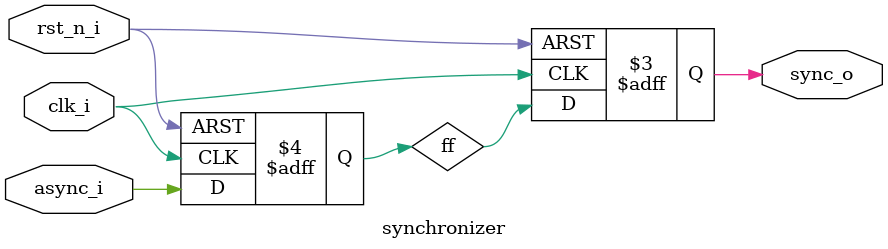
<source format=sv>
module synchronizer
(
    input  logic clk_i,
    input  logic rst_n_i,

    input  logic async_i,

    output logic sync_o
);
    logic ff;

    always_ff @(posedge clk_i or negedge rst_n_i) begin
        if (!rst_n_i) begin
            /* Reset assíncrono */
            ff <= 1'b0;
            sync_o <= 1'b0;
        end
        else begin
            /* Lógica sincrona */
            ff <= async_i;
            sync_o <= ff;
        end
    end

endmodule

</source>
